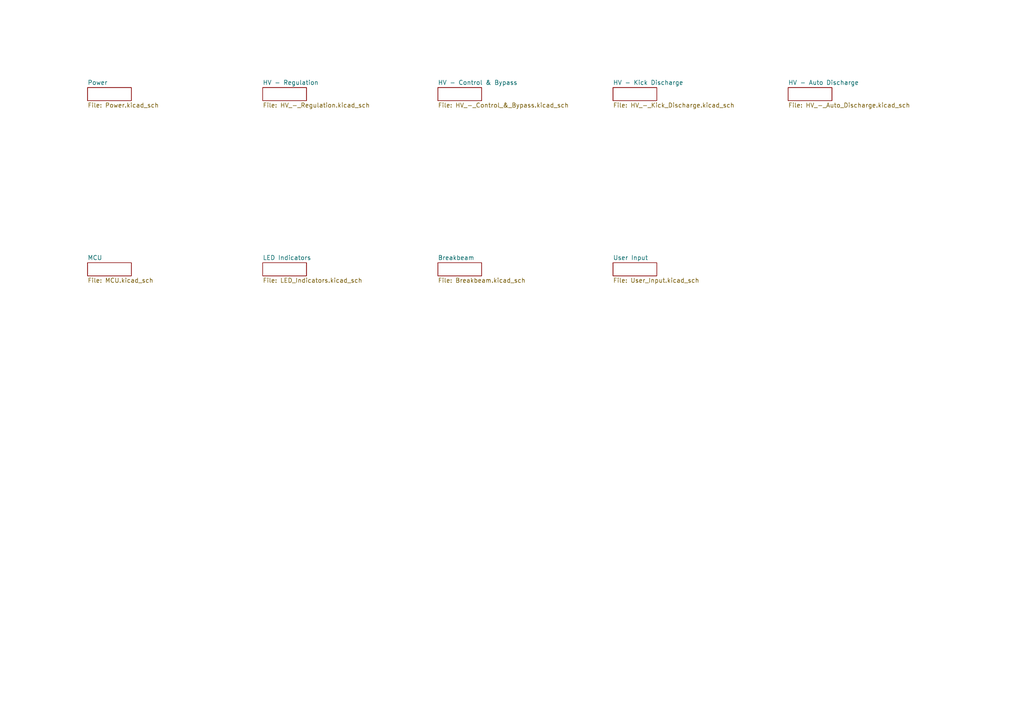
<source format=kicad_sch>
(kicad_sch (version 20230121) (generator eeschema)
  (paper "A4")
  (lib_symbols)
  (sheet (at 25.4 25.4) (size 12.7 3.81)
    (property "Sheetname" "Power" (at 25.4 24.6884 0) (effects (justify left bottom)))
    (property "Sheetfile" "Power.kicad_sch" (at 25.4 29.7946 0) (effects (justify left top)))
  )
  (sheet (at 177.8 76.2) (size 12.7 3.81)
    (property "Sheetname" "User Input" (at 177.8 75.4884 0) (effects (justify left bottom)))
    (property "Sheetfile" "User_Input.kicad_sch" (at 177.8 80.5946 0) (effects (justify left top)))
  )
  (sheet (at 127 25.4) (size 12.7 3.81)
    (property "Sheetname" "HV - Control & Bypass" (at 127 24.6884 0) (effects (justify left bottom)))
    (property "Sheetfile" "HV_-_Control_&_Bypass.kicad_sch" (at 127 29.7946 0) (effects (justify left top)))
  )
  (sheet (at 76.2 76.2) (size 12.7 3.81)
    (property "Sheetname" "LED Indicators" (at 76.2 75.4884 0) (effects (justify left bottom)))
    (property "Sheetfile" "LED_Indicators.kicad_sch" (at 76.2 80.5946 0) (effects (justify left top)))
  )
  (sheet (at 25.4 76.2) (size 12.7 3.81)
    (property "Sheetname" "MCU" (at 25.4 75.4884 0) (effects (justify left bottom)))
    (property "Sheetfile" "MCU.kicad_sch" (at 25.4 80.5946 0) (effects (justify left top)))
  )
  (sheet (at 76.2 25.4) (size 12.7 3.81)
    (property "Sheetname" "HV - Regulation" (at 76.2 24.6884 0) (effects (justify left bottom)))
    (property "Sheetfile" "HV_-_Regulation.kicad_sch" (at 76.2 29.7946 0) (effects (justify left top)))
  )
  (sheet (at 177.8 25.4) (size 12.7 3.81)
    (property "Sheetname" "HV - Kick Discharge" (at 177.8 24.6884 0) (effects (justify left bottom)))
    (property "Sheetfile" "HV_-_Kick_Discharge.kicad_sch" (at 177.8 29.7946 0) (effects (justify left top)))
  )
  (sheet (at 127 76.2) (size 12.7 3.81)
    (property "Sheetname" "Breakbeam" (at 127 75.4884 0) (effects (justify left bottom)))
    (property "Sheetfile" "Breakbeam.kicad_sch" (at 127 80.5946 0) (effects (justify left top)))
  )
  (sheet (at 228.6 25.4) (size 12.7 3.81)
    (property "Sheetname" "HV - Auto Discharge" (at 228.6 24.6884 0) (effects (justify left bottom)))
    (property "Sheetfile" "HV_-_Auto_Discharge.kicad_sch" (at 228.6 29.7946 0) (effects (justify left top)))
  )
)
</source>
